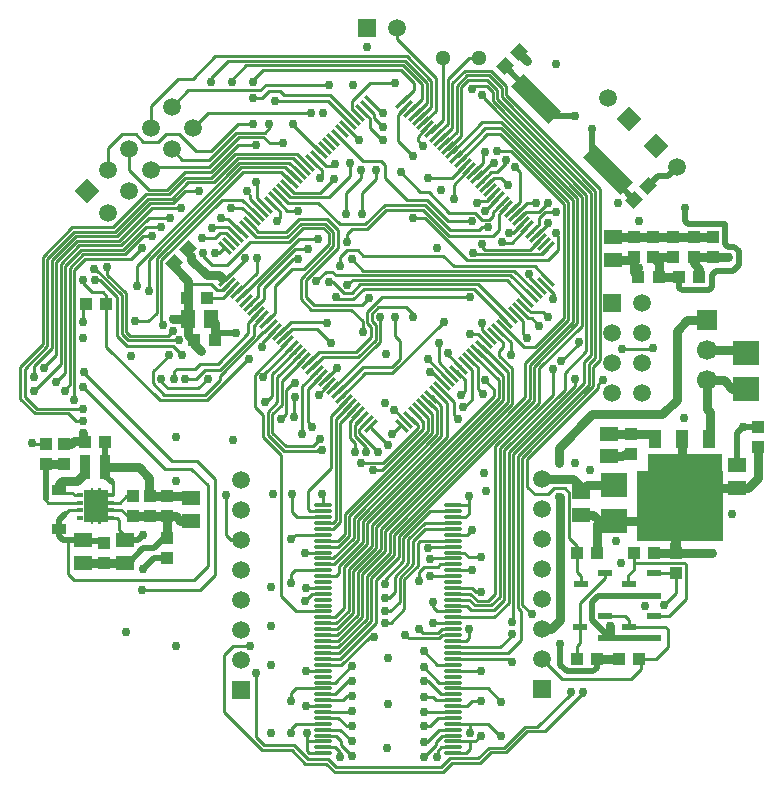
<source format=gbl>
%FSDAX23Y23*%
%MOIN*%
%SFA1B1*%

%IPPOS*%
%AMD18*
4,1,4,0.029200,0.001300,0.001300,0.029200,-0.029200,-0.001300,-0.001300,-0.029200,0.029200,0.001300,0.0*
%
%AMD35*
4,1,4,-0.041700,0.000000,0.000000,-0.041700,0.041700,0.000000,0.000000,0.041700,-0.041700,0.000000,0.0*
%
%AMD40*
4,1,4,0.000000,-0.041700,0.041700,0.000000,0.000000,0.041700,-0.041700,0.000000,0.000000,-0.041700,0.0*
%
%AMD44*
4,1,4,-0.083500,0.041800,0.041800,-0.083500,0.083500,-0.041800,-0.041800,0.083500,-0.083500,0.041800,0.0*
%
%AMD53*
4,1,4,0.023600,-0.013900,-0.013900,0.023600,-0.023600,0.013900,0.013900,-0.023600,0.023600,-0.013900,0.0*
%
%AMD54*
4,1,4,0.013900,0.023600,-0.023600,-0.013900,-0.013900,-0.023600,0.023600,0.013900,0.013900,0.023600,0.0*
%
%ADD10R,0.039400X0.043300*%
%ADD11R,0.043300X0.039400*%
G04~CAMADD=18~9~0.0~0.0~394.0~433.0~0.0~0.0~0~0.0~0.0~0.0~0.0~0~0.0~0.0~0.0~0.0~0~0.0~0.0~0.0~315.0~584.0~583.0*
%ADD18D18*%
%ADD20R,0.059100X0.059100*%
%ADD21C,0.059100*%
%ADD23R,0.086600X0.078700*%
%ADD24R,0.051200X0.059100*%
%ADD25R,0.059100X0.051200*%
%ADD27C,0.010000*%
%ADD28C,0.020000*%
%ADD29C,0.030000*%
G04~CAMADD=35~10~0.0~590.4~0.0~0.0~0.0~0.0~0~0.0~0.0~0.0~0.0~0~0.0~0.0~0.0~0.0~0~0.0~0.0~0.0~135.0~590.4~0.0*
%ADD35D35*%
%ADD36C,0.051200*%
%ADD37R,0.059100X0.059100*%
%ADD38R,0.066900X0.066900*%
%ADD39C,0.066900*%
G04~CAMADD=40~10~0.0~590.4~0.0~0.0~0.0~0.0~0~0.0~0.0~0.0~0.0~0~0.0~0.0~0.0~0.0~0~0.0~0.0~0.0~225.0~590.4~0.0*
%ADD40D40*%
%ADD41C,0.030000*%
%ADD43O,0.063000X0.011800*%
G04~CAMADD=44~9~0.0~0.0~1772.0~591.0~0.0~0.0~0~0.0~0.0~0.0~0.0~0~0.0~0.0~0.0~0.0~0~0.0~0.0~0.0~135.0~1670.0~1669.0*
%ADD44D44*%
%ADD45R,0.135800X0.061000*%
%ADD46R,0.043300X0.061000*%
%ADD47R,0.043300X0.061000*%
%ADD48R,0.016500X0.107900*%
%ADD49R,0.019700X0.013800*%
%ADD50R,0.051200X0.023600*%
%ADD51R,0.048000X0.035800*%
%ADD52R,0.033500X0.078700*%
G04~CAMADD=53~9~0.0~0.0~531.0~138.0~0.0~0.0~0~0.0~0.0~0.0~0.0~0~0.0~0.0~0.0~0.0~0~0.0~0.0~0.0~315.0~472.0~471.0*
%ADD53D53*%
G04~CAMADD=54~9~0.0~0.0~531.0~138.0~0.0~0.0~0~0.0~0.0~0.0~0.0~0~0.0~0.0~0.0~0.0~0~0.0~0.0~0.0~45.0~472.0~471.0*
%ADD54D54*%
%ADD55R,0.288000X0.233000*%
%ADD56R,0.251000X0.075000*%
%LNde-020717-1*%
%LPD*%
G36*
X02290Y02296D02*
Y02288D01*
X02312*
Y02181*
X02290*
Y02174*
X02281*
Y02181*
X02264*
Y02174*
X02255*
Y02181*
X02233*
Y02288*
X02255*
Y02296*
X02264*
Y02288*
X02281*
Y02296*
X02290*
G37*
G54D10*
X02510Y02128D03*
Y02061D03*
X04205Y02011D03*
Y02078D03*
X02105Y02376D03*
Y02443D03*
X02165Y02376D03*
Y02443D03*
X02395Y02268D03*
Y02202D03*
X04480Y02498D03*
Y02431D03*
X04055Y02476D03*
Y02409D03*
X02510Y02268D03*
Y02201D03*
X02452Y02268D03*
Y02201D03*
X02298Y02113D03*
Y02046D03*
X04265Y03131D03*
Y03064D03*
X04330Y03131D03*
Y03064D03*
X04195Y03131D03*
Y03064D03*
X04130Y03131D03*
Y03064D03*
X04065Y03131D03*
Y03064D03*
G54D11*
X04148Y03000D03*
X04081D03*
X02303Y02450D03*
X02236D03*
X02306Y02910D03*
X02240D03*
X04066Y02080D03*
X04133D03*
X03943D03*
X03876D03*
X04083Y01725D03*
X04016D03*
X03943D03*
X03876D03*
X04283Y03000D03*
X04216D03*
X02601Y02790D03*
X02668D03*
X02577Y02928D03*
X02644D03*
G54D18*
X02532Y03044D03*
X02579Y03091D03*
X04113Y03303D03*
X04066Y03256D03*
X03683Y03748D03*
X03636Y03701D03*
G54D20*
X03175Y03830D03*
G54D21*
X02596Y03496D03*
X02525Y03567D03*
Y03425D03*
X02455Y03496D03*
Y03355D03*
X02384Y03425D03*
Y03284D03*
X02313Y03355D03*
Y03213D03*
X03275Y03830D03*
X03760Y02325D03*
Y02225D03*
Y02125D03*
Y02025D03*
Y01925D03*
Y01825D03*
Y01725D03*
X02757Y02321D03*
Y02221D03*
Y02121D03*
Y02021D03*
Y01921D03*
Y01821D03*
Y01721D03*
X03979Y03595D03*
X04210Y03364D03*
X04093Y02911D03*
X03993Y02811D03*
X04093D03*
X03993Y02711D03*
X04093D03*
X03993Y02611D03*
X04093D03*
G54D23*
X04000Y02185D03*
Y02304D03*
X04440Y02625D03*
Y02744D03*
G54D24*
X02580Y02859D03*
X02655D03*
G54D25*
X02370Y02047D03*
Y02122D03*
X03890Y02207D03*
Y02282D03*
X04410Y02297D03*
Y02372D03*
X03983Y02401D03*
Y02476D03*
X02590Y02187D03*
Y02262D03*
X02230Y02122D03*
Y02047D03*
X03995Y03132D03*
Y03057D03*
G54D27*
X02230Y02900D02*
X02240Y02910D01*
X02230Y02850D02*
Y02900D01*
X02307Y02767D02*
Y02937D01*
X02295Y02950D02*
X02307Y02937D01*
X02260Y02950D02*
X02295D01*
X02230Y02980D02*
X02260Y02950D01*
X02230Y02980D02*
Y02990D01*
X02490Y02845D02*
X02495Y02840D01*
X02490Y02845D02*
Y03055D01*
X02378Y02788D02*
X02548D01*
X02376Y02769D02*
X02528D01*
X02559Y02738*
X02373Y02817D02*
Y02945D01*
X02311Y03007D02*
X02373Y02945D01*
X02311Y03007D02*
Y03032D01*
X02285Y02989D02*
X02343Y02931D01*
X02268Y02989D02*
X02285D01*
X02358Y02808D02*
Y02939D01*
X02343Y02802D02*
Y02931D01*
X02373Y02817D02*
X02387Y02803D01*
X02358Y02808D02*
X02378Y02788D01*
X02271Y03026D02*
X02358Y02939D01*
X02265Y03026D02*
X02271D01*
X02236Y03060D02*
X02390D01*
X02200Y03023D02*
X02236Y03060D01*
X02200Y02590D02*
Y03023D01*
X02230Y03075D02*
X02368D01*
X02185Y03029D02*
X02230Y03075D01*
X02185Y02640D02*
Y03029D01*
X02224Y03090D02*
X02362D01*
X02170Y03035D02*
X02224Y03090D01*
X02170Y02680D02*
Y03035D01*
X02217Y03105D02*
X02355D01*
X02155Y03042D02*
X02217Y03105D01*
X02155Y02710D02*
Y03042D01*
X02211Y03120D02*
X02349D01*
X02140Y03048D02*
X02211Y03120D01*
X02140Y02740D02*
Y03048D01*
X02205Y03135D02*
X02343D01*
X02125Y03054D02*
X02205Y03135D01*
X02125Y02762D02*
Y03054D01*
X02199Y03150D02*
X02337D01*
X02110Y03060D02*
X02199Y03150D01*
X02110Y02768D02*
Y03060D01*
X02193Y03165D02*
X02329D01*
X02095Y03067D02*
X02193Y03165D01*
X02095Y02775D02*
Y03067D01*
X02343Y02802D02*
X02376Y02769D01*
X02463Y02684D02*
X02515Y02736D01*
Y02740*
X02901Y03606D02*
X03052D01*
X02887Y03620D02*
X02901Y03606D01*
X02850Y03620D02*
X02887D01*
X03043Y03192D02*
X03078Y03157D01*
X02948Y03192D02*
X03043D01*
X03014Y03246D02*
X03086Y03174D01*
X02912Y03246D02*
X03014D01*
X03036Y03177D02*
X03063Y03150D01*
X02956Y03177D02*
X03036D01*
X03030Y03162D02*
X03048Y03144D01*
X02962Y03162D02*
X03030D01*
X03405Y03553D02*
Y03661D01*
X03275Y03791D02*
X03405Y03661D01*
X03275Y03791D02*
Y03830D01*
X03595Y03586D02*
Y03615D01*
X03575Y03635D02*
X03595Y03615D01*
X03533Y03635D02*
X03575D01*
X02547Y03660D02*
X02595D01*
X02455Y03568D02*
X02547Y03660D01*
X02455Y03496D02*
Y03568D01*
X03052Y03606D02*
X03133Y03525D01*
X02838Y03640D02*
X03050D01*
X02820Y03622D02*
X02838Y03640D01*
X02580Y03622D02*
X02820D01*
X02525Y03567D02*
X02580Y03622D01*
X03749Y02580D02*
Y02694D01*
X03734Y02586D02*
Y02700D01*
X03719Y02592D02*
Y02706D01*
X03704Y02599D02*
Y02712D01*
X03892Y02837D02*
Y03267D01*
X03877Y02844D02*
Y03261D01*
X03862Y02850D02*
Y03255D01*
X03847Y02856D02*
Y03248D01*
X03749Y02694D02*
X03892Y02837D01*
X03734Y02700D02*
X03877Y02844D01*
X03719Y02706D02*
X03862Y02850D01*
X03704Y02712D02*
X03847Y02856D01*
X03832Y02862D02*
Y03242D01*
X03735Y02765D02*
X03832Y02862D01*
X03700Y02765D02*
X03735D01*
X03252Y02147D02*
X03704Y02599D01*
X03267Y02140D02*
X03719Y02592D01*
X03282Y02134D02*
X03734Y02586D01*
X03603Y02434D02*
X03749Y02580D01*
X03805Y03143D02*
Y03145D01*
X02706Y02139D02*
X02724Y02121D01*
X02706Y02139D02*
Y02272D01*
X02724Y02121D02*
X02757D01*
X03571Y03219D02*
X03613Y03261D01*
X03614*
X03544Y03245D02*
X03550Y03251D01*
X03575*
X03600Y03275*
X03377Y03254D02*
X03446Y03185D01*
X03370Y03239D02*
X03454Y03155D01*
X03364Y03223D02*
X03450Y03137D01*
X03465Y03307D02*
X03516Y03359D01*
X03465Y03258D02*
Y03307D01*
X03380Y03330D02*
X03459D01*
X03502Y03372*
X03350Y02559D02*
X03379Y02530D01*
X03336Y02544D02*
X03364Y02515D01*
X03322Y02530D02*
X03347Y02505D01*
X03567Y03417D02*
X03568D01*
X03564Y03414D02*
X03567Y03417D01*
X03433Y02641D02*
X03433D01*
X03378Y02587D02*
X03409Y02556D01*
X03530Y02740D02*
X03531Y02739D01*
X03364Y02573D02*
X03394Y02543D01*
X03600Y02809D02*
X03629Y02781D01*
X03406Y02615D02*
X03443Y02578D01*
X03028Y01805D02*
X03077D01*
X03028Y01825D02*
X03075D01*
X02972Y01963D02*
X02972Y01962D01*
X03028*
X02970Y02080D02*
X02970Y02080D01*
X03028*
X02983Y01411D02*
X03028D01*
X02975Y01420D02*
X02983Y01411D01*
X02975Y01445D02*
X02981Y01451D01*
X03028*
X03461Y01785D02*
X03505D01*
X03386Y02002D02*
X03461D01*
X03426Y01805D02*
X03461D01*
X03365Y01549D02*
X03461D01*
X03410Y01706D02*
X03461D01*
X03405Y01588D02*
X03461D01*
X03410Y01884D02*
X03461D01*
X03422Y01608D02*
X03461D01*
X03417Y01647D02*
X03461D01*
X03423Y01431D02*
X03461D01*
X03011Y01588D02*
X03028D01*
X03425Y01470D02*
X03461D01*
X03395Y01844D02*
X03461D01*
X03415Y01490D02*
X03461D01*
X03425Y01825D02*
X03461D01*
X03413Y01529D02*
X03461D01*
X03395Y01900D02*
X03410Y01884D01*
X03395Y01900D02*
Y01915D01*
X03670Y02878D02*
X03695Y02853D01*
Y02810D02*
Y02853D01*
Y02810D02*
X03710Y02795D01*
X03515Y02210D02*
Y02236D01*
X03504Y02199D02*
X03515Y02210D01*
X03461Y02199D02*
X03504D01*
X03515Y02236D02*
Y02270D01*
X03513Y02238D02*
X03515Y02236D01*
X03461Y02238D02*
X03513D01*
X02329Y02196D02*
X02343D01*
X02350Y02190*
Y02155D02*
Y02190D01*
Y02155D02*
X02370Y02135D01*
X02296Y02213D02*
X02305Y02222D01*
X02326*
X02150Y02279D02*
X02195D01*
X02329Y02273D02*
Y02310D01*
X02370Y02122D02*
Y02135D01*
X02326Y02222D02*
X02357D01*
X02378Y02201*
X02390*
X02329Y02247D02*
X02352D01*
X02373Y02268*
X02390*
X02325Y02315D02*
X02329Y02310D01*
X02170Y02210D02*
X02182Y02222D01*
X02105Y02255D02*
X02112Y02247D01*
X02105Y02255D02*
Y02260D01*
X02112Y02247D02*
X02220D01*
X02182Y02222D02*
X02220D01*
X02201Y02273D02*
X02220D01*
X02195Y02279D02*
X02201Y02273D01*
X03564Y03378D02*
Y03414D01*
X03530Y03344D02*
X03564Y03378D01*
X03558Y03316D02*
X03591Y03350D01*
X03572Y03303D02*
X03599Y03330D01*
X03544Y03330D02*
X03545D01*
X02795Y03654D02*
Y03656D01*
X03617Y02737D02*
Y02752D01*
X03392Y02601D02*
X03424Y02569D01*
X03461Y02021D02*
X03526D01*
X02696Y02928D02*
X02730Y02962D01*
X03520Y01425D02*
Y01451D01*
X03506Y01411D02*
X03520Y01425D01*
Y01451D02*
X03537D01*
X03461D02*
X03520D01*
X03571Y02653D02*
Y02655D01*
X03578Y01510D02*
X03619Y01469D01*
X03624*
X03537Y01451D02*
X03556Y01470D01*
X03415Y01794D02*
X03426Y01805D01*
X03315Y01794D02*
X03415D01*
X03304Y01806D02*
X03315Y01794D01*
X03413Y01813D02*
X03425Y01825D01*
X03362Y01813D02*
X03413D01*
X03351Y01825D02*
X03362Y01813D01*
X03386Y02003D02*
X03386Y02002D01*
X03447Y02740D02*
X03489Y02698D01*
X03447Y02740D02*
Y02744D01*
X03392Y02601D02*
D01*
X03028Y01785D02*
X03078D01*
X03028Y02041D02*
X03066D01*
X03122Y01701D02*
X03127D01*
X03365Y01700D02*
X03417Y01647D01*
X03380Y01651D02*
X03422Y01608D01*
X03365Y01651D02*
X03380D01*
X03405Y01450D02*
X03425Y01470D01*
X03405Y01440D02*
Y01450D01*
X03365Y01400D02*
X03405Y01440D01*
X03375Y01450D02*
X03415Y01490D01*
X03365Y01450D02*
X03375D01*
X03385Y01501D02*
X03413Y01529D01*
X03365Y01501D02*
X03385D01*
X03365Y01752D02*
X03410Y01706D01*
X03365Y01550D02*
X03365Y01549D01*
X03412Y01420D02*
X03423Y01431D01*
X03108Y01501D02*
X03127D01*
X03079Y01529D02*
X03108Y01501D01*
X03028Y01529D02*
X03079D01*
X03114Y01651D02*
X03127D01*
X03071Y01608D02*
X03114Y01651D01*
X03028Y01608D02*
X03071D01*
X03072Y01470D02*
X03091Y01452D01*
Y01438D02*
Y01452D01*
Y01438D02*
X03127Y01402D01*
X03028Y01470D02*
X03072D01*
X03127Y01401D02*
Y01402D01*
X03087Y01490D02*
X03127Y01451D01*
X03028Y01490D02*
X03087D01*
X03028Y01549D02*
X03125D01*
X03069Y01647D02*
X03122Y01701D01*
X03028Y01647D02*
X03069D01*
X03028Y02002D02*
X03072D01*
X03478Y03403D02*
X03478D01*
X03629Y02764D02*
Y02781D01*
X03415Y02716D02*
X03461Y02670D01*
X03415Y02716D02*
Y02779D01*
X03617Y02752D02*
X03629Y02764D01*
X02655Y02928D02*
X02696D01*
X03395Y01599D02*
X03405Y01588D01*
X03365Y01599D02*
X03395D01*
X03461Y01687D02*
X03555D01*
X03556Y01687*
X03461Y01569D02*
X03511D01*
X03526Y01584*
X03556*
X03553Y02065D02*
X03555Y02067D01*
X03461Y01628D02*
X03578D01*
X03624Y01582*
X03028Y01588D02*
X03095D01*
X03108Y01601*
X03127*
X03390Y03483D02*
X03429Y03522D01*
Y03730*
X02691Y03196D02*
Y03200D01*
X03294Y03582D02*
X03333Y03621D01*
X02713Y03193D02*
X02757Y03149D01*
X02761Y03257D02*
X02813Y03205D01*
X03544Y03330D02*
X03600Y03386D01*
X03715Y03000D02*
X03753Y02962D01*
X03715Y03000D02*
Y03010D01*
X03664Y03145D02*
X03697Y03178D01*
X03650Y03145D02*
X03664D01*
X03269Y02555D02*
X03307Y02516D01*
X03265Y02555D02*
X03269D01*
X03260Y02475D02*
X03287Y02502D01*
X03293*
X03036Y02656D02*
X03075Y02694D01*
Y02695*
X03015Y02606D02*
X03050Y02642D01*
X03015Y02605D02*
Y02606D01*
X02855Y03247D02*
X02885Y03218D01*
Y03195D02*
Y03218D01*
X02875Y03185D02*
X02885Y03195D01*
X03008Y03400D02*
X03039Y03370D01*
X03065*
X03070Y03375*
X02994Y03386D02*
X03025Y03356D01*
Y03335D02*
Y03356D01*
X03020Y03330D02*
X03025Y03335D01*
X03106Y03498D02*
X03149Y03455D01*
X03150*
X03189Y03581D02*
X03226Y03545D01*
X03230*
X03175Y03567D02*
X03200Y03543D01*
Y03530D02*
Y03543D01*
Y03530D02*
X03230Y03500D01*
X02699Y03094D02*
X02702D01*
X03560Y02821D02*
X03586Y02795D01*
X03545Y02808D02*
X03572Y02781D01*
X03520Y02808D02*
X03545D01*
X03560Y02821D02*
Y02845D01*
X03767Y02976D02*
X03800Y02943D01*
Y02925D02*
Y02943D01*
X02883Y02809D02*
X02924Y02850D01*
X02897Y02795D02*
X02927Y02825D01*
X02940Y01885D02*
X03028D01*
X03029Y01884*
X03421Y02041D02*
X03461D01*
X03385Y02060D02*
Y02068D01*
X03392Y02061*
X03461*
Y02080D02*
X03499D01*
X03515Y02065*
X03553*
X03461Y02140D02*
X03510D01*
X03525Y02155*
X03028Y01706D02*
X03029D01*
X03021Y02429D02*
X03027Y02423D01*
X02898Y02420D02*
X03011D01*
X03021Y02429*
X02905Y02435D02*
X02995D01*
X02860Y02674D02*
X02939Y02753D01*
X02841Y02583D02*
X02860Y02602D01*
X02877Y02664D02*
X02953Y02740D01*
X02995Y02435D02*
X03020Y02460D01*
X02994Y02500D02*
X02995Y02500D01*
X02932Y02597D02*
X02935Y02600D01*
X02932Y02533D02*
Y02597D01*
X02961Y02474D02*
Y02636D01*
X03008Y02683*
X02978Y02625D02*
X03022Y02670D01*
X02978Y02517D02*
Y02625D01*
Y02517D02*
X02995Y02500D01*
X02888Y02524D02*
X02907Y02543D01*
X02860Y02541D02*
X02892Y02573D01*
X02860Y02480D02*
Y02541D01*
Y02480D02*
X02905Y02435D01*
X02845Y02473D02*
X02898Y02420D01*
X02845Y02473D02*
Y02549D01*
X02877Y02581*
X02829Y02466D02*
Y02540D01*
X03367Y02032D02*
X03412D01*
X03421Y02041*
X03385Y02681D02*
X03394D01*
X03378Y02725D02*
X03447Y02656D01*
X03599Y03330D02*
X03622D01*
X03646Y03306*
X03614Y02822D02*
X03656Y02781D01*
X03656Y02739D02*
X03656Y02739D01*
Y02781*
X03628Y02837D02*
X03700Y02765D01*
X03571Y02653D02*
X03600Y02624D01*
X03530Y02739D02*
X03615Y02655D01*
X03544Y02754D02*
X03630Y02668D01*
X03558Y02768D02*
X03645Y02681D01*
X03461Y01726D02*
X03462D01*
X03461Y01746D02*
X03462D01*
X03461Y01766D02*
X03621D01*
X03665Y01810*
X03462Y01726D02*
X03648D01*
X03660Y01715*
X03462Y01746D02*
X03646D01*
X03600Y03380D02*
Y03386D01*
X03464Y03417D02*
X03561Y03515D01*
X03478Y03403D02*
X03570Y03495D01*
X03492Y03389D02*
X03577Y03475D01*
X03461Y01962D02*
X03527D01*
X03540Y01950*
X03555*
X03461Y01923D02*
X03516D01*
X03535Y01904*
X03462Y01864D02*
X03599D01*
X03535Y01904D02*
X03589D01*
X03646Y01746D02*
X03690Y01790D01*
X03521Y01943D02*
X03545Y01919D01*
X03461Y01943D02*
X03521D01*
X03545Y01919D02*
X03579D01*
X03125Y03561D02*
X03147Y03539D01*
X03524Y01889D02*
X03599D01*
X03461Y01903D02*
X03509D01*
X03524Y01889*
X03446Y03426D02*
X03490Y03470D01*
X03435Y03444D02*
X03475Y03483D01*
X03420Y03457D02*
X03460Y03497D01*
X03404Y03470D02*
X03445Y03510D01*
X03516Y03730D02*
X03551D01*
X03445Y03658D02*
X03516Y03730D01*
X03445Y03510D02*
Y03658D01*
X03505Y01785D02*
X03515Y01795D01*
Y01825*
X02993Y01943D02*
X03029D01*
X02970Y01920D02*
X02993Y01943D01*
X03560Y03605D02*
X03565D01*
X03525Y03625D02*
Y03626D01*
X03533Y03635*
X02490Y03055D02*
X02692Y03257D01*
X02761*
X02625Y03129D02*
X02627Y03127D01*
X02705Y03146D02*
X02729Y03122D01*
X02625Y03129D02*
Y03130D01*
X02671*
X02687Y03146*
X02705*
X02712Y03167D02*
X02743Y03136D01*
X02673Y03167D02*
X02712D01*
X02760Y03230D02*
X02799Y03191D01*
X02724Y03222D02*
Y03229D01*
X02732Y03230D02*
X02760D01*
X02786Y03260D02*
Y03272D01*
Y03260D02*
X02826Y03219D01*
X02724Y03222D02*
X02732Y03230D01*
X02688Y03193D02*
X02713D01*
X02688D02*
X02691Y03196D01*
X02630Y03070D02*
X02660Y03040D01*
X02630Y03070D02*
Y03080D01*
X02140Y02650D02*
X02170Y02680D01*
Y02625D02*
X02185Y02640D01*
X02100Y02690D02*
Y02700D01*
X02140Y02740*
X02103Y02445D02*
X02105Y02443D01*
X02065Y02620D02*
X02155Y02710D01*
X02061Y02443D02*
X02105D01*
X02060Y02445D02*
X02061Y02443D01*
X02020Y02700D02*
X02095Y02775D01*
X02020Y02593D02*
Y02700D01*
X02035Y02600D02*
Y02693D01*
X02110Y02768*
X02065Y02665D02*
Y02702D01*
X02125Y02762*
X02035Y02600D02*
X02075Y02560D01*
X02230*
X02020Y02593D02*
X02068Y02545D01*
X02180*
X02205Y02520*
X02230*
X02695Y02955D02*
X02716Y02976D01*
X02675Y02955D02*
X02695D01*
X02655Y02974D02*
X02675Y02955D01*
X02890Y01935D02*
X02940Y01885D01*
X02890Y01935D02*
Y02405D01*
X02829Y02466D02*
X02890Y02405D01*
X02923Y02125D02*
X02938Y02140D01*
X03029*
X02923Y01980D02*
Y02008D01*
X02936Y02021*
X03029*
X02923Y01587D02*
Y01613D01*
X02938Y01628*
X03029*
X02923Y01480D02*
Y01493D01*
X02940Y01510*
X03029*
X02972Y01569D02*
X02972Y01569D01*
X02972Y01686D02*
X02973Y01687D01*
X03028*
X02972Y01569D02*
X03028D01*
X03655Y03219D02*
X03686Y03250D01*
X03591Y03350D02*
X03610D01*
X03640Y03380*
Y03390*
X03686Y03250D02*
Y03348D01*
X03670Y03365D02*
X03686Y03348D01*
X03561Y03515D02*
X03623D01*
X03570Y03495D02*
X03622D01*
X03577Y03475D02*
X03621D01*
X03610Y03420D02*
X03655D01*
X03565Y03595D02*
Y03605D01*
X03669Y03205D02*
X03708Y03245D01*
X03740*
X03725Y03150D02*
X03750Y03174D01*
X03683Y03191D02*
X03706Y03215D01*
X03750Y03174D02*
Y03195D01*
X03770Y03215*
X03805*
X03706D02*
X03748D01*
X03778Y03245D02*
X03780D01*
X03748Y03215D02*
X03778Y03245D01*
X03739Y03136D02*
X03780Y03176D01*
Y03180*
X03661Y03113D02*
X03711Y03164D01*
X03633Y03115D02*
X03635Y03113D01*
X03661*
X03720Y03089D02*
X03753Y03122D01*
X02313Y03355D02*
Y03428D01*
X02360Y03475*
X02405*
X02430Y03450*
X02531Y03245D02*
X02571Y03285D01*
X02615*
X02525Y03260D02*
X02580Y03315D01*
X02665*
X02384Y03355D02*
Y03425D01*
X02516Y03275D02*
X02571Y03330D01*
X02384Y03355D02*
X02450Y03290D01*
X02510*
X02570Y03350*
X02455Y03355D02*
Y03365D01*
X02571Y03330D02*
X02656D01*
X02570Y03350D02*
X02655D01*
X02455Y03365D02*
X02648D01*
X02655Y03350D02*
X02745Y03440D01*
X02805*
X02430Y03450D02*
X02480D01*
X02505Y03475*
X02550*
X03330Y02865D02*
Y02874D01*
X02994Y02697D02*
X03028Y02732D01*
X02980Y02711D02*
X03017Y02748D01*
X03177Y02846D02*
X03190Y02833D01*
X03192Y02852D02*
X03205Y02839D01*
X03064Y02628D02*
X03064D01*
X03028Y02732D02*
X03147D01*
X03017Y02748D02*
X03138D01*
X03750Y02837D02*
X03751D01*
X03697Y02906D02*
X03723Y02881D01*
X03764*
X03780Y02865*
X03745Y02831D02*
X03750Y02837D01*
X03683Y02892D02*
X03714Y02862D01*
X03726*
X03751Y02837*
X03620Y03115D02*
X03633D01*
X03306Y02898D02*
X03330Y02874D01*
X03795Y02925D02*
X03800D01*
X02925Y02217D02*
Y02275D01*
Y02217D02*
X02943Y02199D01*
X03028*
X02979Y02226D02*
X02986Y02218D01*
X03029*
X02979Y02226D02*
Y02284D01*
X03057Y02362*
X03028Y02159D02*
X03063D01*
X03028Y02179D02*
X03062D01*
X03235Y01975D02*
X03236Y01976D01*
X03062Y02179D02*
X03072Y02189D01*
X03063Y02159D02*
X03087Y02183D01*
X03443Y02465D02*
Y02578D01*
X03424Y02468D02*
Y02569D01*
X03409Y02474D02*
Y02556D01*
X03394Y02480D02*
Y02543D01*
X03379Y02486D02*
Y02530D01*
X03364Y02493D02*
Y02515D01*
X03347Y02496D02*
Y02505D01*
X03387Y02218D02*
X03462D01*
X03369Y02179D02*
X03462D01*
X03195Y02354D02*
X03225D01*
X03364Y02493*
X03102Y02209D02*
X03379Y02486D01*
X03117Y02203D02*
X03394Y02480D01*
X03132Y02196D02*
X03409Y02474D01*
X03147Y02190D02*
X03424Y02468D01*
X03162Y02184D02*
X03443Y02465D01*
X03297Y02128D02*
X03387Y02218D01*
X03314Y02124D02*
X03369Y02179D01*
X03330Y02119D02*
X03370Y02159D01*
X03462*
X03379Y02097D02*
X03382Y02100D01*
X03462*
X03235Y01845D02*
X03255D01*
X03235Y01885D02*
X03254D01*
X03235Y01930D02*
X03249D01*
X03072Y02002D02*
X03083Y02013D01*
X03087Y02183D02*
Y02511D01*
X03072Y02189D02*
Y02524D01*
X03027Y02276D02*
X03029Y02273D01*
Y02238D02*
Y02273D01*
X03028Y01765D02*
X03081D01*
X03028Y01746D02*
X03083D01*
X03028Y01726D02*
X03085D01*
X03029Y01706D02*
X03091D01*
X03185Y01800*
X03200*
X04132Y02012D02*
X04204D01*
X03876Y02017D02*
Y02080D01*
Y02017D02*
X03891Y02003D01*
Y01977D02*
Y02003D01*
X03888Y01975D02*
X03891Y01977D01*
X03887Y01832D02*
Y01912D01*
X03971Y01996*
Y02012*
X03970Y01869D02*
X04036D01*
X04050Y01856*
Y01832D02*
Y01856D01*
X04047Y01978D02*
X04050Y01975D01*
X03887Y01780D02*
Y01832D01*
X03876Y01769D02*
X03887Y01780D01*
X03876Y01725D02*
Y01769D01*
X04139Y01725D02*
X04179Y01765D01*
X04083Y01725D02*
X04139D01*
X04089Y01692D02*
Y01719D01*
X04083Y01725D02*
X04089Y01719D01*
X03579Y01919D02*
X03603Y01943D01*
Y02434*
X03589Y01904D02*
X03618Y01933D01*
Y02428*
X03599Y01889D02*
X03633Y01923D01*
Y02421*
X03599Y01864D02*
X03648Y01913D01*
Y02415*
X03693Y01907D02*
Y02397D01*
Y01907D02*
X03725Y01875D01*
X03678Y01897D02*
Y02403D01*
Y01897D02*
X03690Y01885D01*
Y01790D02*
Y01885D01*
X03660Y01850D02*
X03663Y01853D01*
Y02409*
X02758Y02934D02*
X02795Y02972D01*
X02796*
X02785Y02906D02*
X02814Y02934D01*
Y02968*
X02799Y02892D02*
X02834Y02926D01*
X02949Y03125D02*
X03014D01*
X02937Y03092D02*
X02980D01*
X02796Y02972D02*
X02949Y03125D01*
X02814Y02968D02*
X02937Y03092D01*
X02428Y03135D02*
X02460D01*
X02438Y03166D02*
X02491D01*
X02448Y03197D02*
X02521D01*
X02458Y03229D02*
X02556D01*
X02453Y03245D02*
X02531D01*
X02447Y03260D02*
X02525D01*
X02439Y03275D02*
X02516D01*
X03020Y03280D02*
X03065Y03325D01*
X02911Y03303D02*
X02934Y03280D01*
X03120Y03335D02*
Y03380D01*
X02910Y03220D02*
X02945D01*
X02869Y03261D02*
X02910Y03220D01*
X02897Y03289D02*
X02921Y03265D01*
X03050*
X03120Y03335*
X03550Y03155D02*
X03560Y03165D01*
X03580*
X03530Y03080D02*
X03535Y03074D01*
X03760*
X03781Y03094*
X03805Y03143D02*
X03814Y03133D01*
X04205Y01945D02*
Y02011D01*
X04204Y02012D02*
X04205Y02011D01*
X03814Y03090D02*
Y03133D01*
X02934Y03280D02*
X03020D01*
X03876Y02080D02*
Y02103D01*
X03850Y02130D02*
X03876Y02103D01*
X03850Y02130D02*
Y02280D01*
X03835Y02295D02*
X03850Y02280D01*
X03800Y02295D02*
X03835D01*
X03780Y02275D02*
X03800Y02295D01*
X03735Y02275D02*
X03780D01*
X03710Y02300D02*
X03735Y02275D01*
X02810Y03263D02*
X02840Y03233D01*
X02810Y03263D02*
Y03320D01*
X02805Y03315D02*
X02810Y03320D01*
X02805Y03315D02*
X02805D01*
X02745Y03510D02*
X02795D01*
X02655Y03650D02*
Y03663D01*
X02725Y03650D02*
Y03657D01*
X02525Y03425D02*
X02561Y03390D01*
X02650*
X02550Y03475D02*
X02605Y03420D01*
X02655*
X02745Y03510*
X03760Y01725D02*
X03825Y01660D01*
X04057*
X04089Y01692*
X03489Y02607D02*
X03502Y02620D01*
Y02657*
X03475Y02684D02*
X03502Y02657D01*
X03503Y02712D02*
X03525Y02690D01*
Y02590D02*
Y02690D01*
X03545Y02627D02*
X03557Y02615D01*
X03545Y02627D02*
Y02698D01*
X03516Y02726D02*
X03545Y02698D01*
X03617Y02737D02*
X03660Y02694D01*
X03465Y02539D02*
X03478Y02526D01*
X03465Y02539D02*
Y02583D01*
X03419Y02628D02*
X03465Y02583D01*
X03495Y02565D02*
X03500D01*
X03525Y02590*
X03161Y03553D02*
X03185Y03530D01*
Y03495D02*
Y03530D01*
Y03495D02*
X03225Y03455D01*
X03230*
X03105Y03210D02*
Y03280D01*
X03155Y03330*
Y03355*
X03160Y03210D02*
Y03280D01*
X03205Y03325*
Y03355*
X02868Y03584D02*
X03047D01*
X03119Y03511*
X02795Y03595D02*
X02825D01*
X02930Y03506D02*
Y03510D01*
Y03506D02*
X03021Y03414D01*
X02645Y03545D02*
X02990D01*
X02596Y03496D02*
X02645Y03545D01*
X02825Y03595D02*
X02850Y03620D01*
X03125Y03561D02*
Y03585D01*
X03185Y03645*
X03270*
X02730Y01770D02*
X02785D01*
X02700Y01740D02*
X02730Y01770D01*
X03412Y01397D02*
Y01420D01*
X03520Y01480D02*
Y01510D01*
X03461D02*
X03462D01*
X03520*
X03578*
X02975Y01445D02*
Y01480D01*
Y01420D02*
Y01445D01*
X03085Y01400D02*
Y01415D01*
X03068Y01431D02*
X03085Y01415D01*
X03028Y01431D02*
X03029D01*
X03068*
X04179Y01765D02*
Y01824D01*
X04050Y01832D02*
X04170D01*
X04179Y01824*
X04165Y01905D02*
X04205Y01945D01*
X04066Y02045D02*
X04235D01*
X04240Y02040*
Y01925D02*
Y02040D01*
X04184Y01869D02*
X04240Y01925D01*
X04066Y02045D02*
Y02080D01*
X04132Y01869D02*
X04184D01*
X02805Y01465D02*
Y01680D01*
X02700Y01548D02*
Y01740D01*
X03890Y01605D02*
X03900D01*
X02907Y02543D02*
Y02622D01*
X02930Y02645*
X02892Y02573D02*
Y02651D01*
X02967Y02726*
X02877Y02581D02*
Y02664D01*
X02860Y02602D02*
Y02674D01*
X02834Y02677D02*
X02925Y02767D01*
X02425Y01955D02*
X02620D01*
X02200Y01990D02*
X02600D01*
X02180Y02010D02*
X02200Y01990D01*
X02180Y02010D02*
Y02125D01*
X02600Y01990D02*
X02645Y02035D01*
Y02304*
X02620Y01955D02*
X02670Y02005D01*
Y02325*
X02656Y03330D02*
X02736Y03410D01*
X02943*
X02980Y03372*
X02665Y03315D02*
X02745Y03395D01*
X02930*
X02966Y03359*
X02916Y03380D02*
X02952Y03344D01*
X02757Y03365D02*
X02904D01*
X02938Y03330*
X02763Y03350D02*
X02891D01*
X02924Y03316*
X02648Y03365D02*
X02749Y03465D01*
X02650Y03390D02*
X02740Y03480D01*
X02749Y03465D02*
X02831D01*
X02852Y03445*
X02895*
X02740Y03480D02*
X02835D01*
X02850Y03495*
Y03510*
X03560Y03100D02*
X03570Y03089D01*
X03560Y03100D02*
Y03110D01*
X03778Y03054D02*
X03814Y03090D01*
X03333Y03621D02*
Y03647D01*
X03450Y03137D02*
X03597D01*
X03454Y03155D02*
X03550D01*
X03446Y03185D02*
X03525D01*
X03078Y03470D02*
X03164Y03384D01*
X03223*
X03235Y03372*
X03655Y03420D02*
X03832Y03242D01*
X03621Y03475D02*
X03847Y03248D01*
X03622Y03495D02*
X03862Y03255D01*
X03623Y03515D02*
X03877Y03261D01*
X03565Y03595D02*
X03892Y03267D01*
X03595Y03586D02*
X03907Y03273D01*
X03625Y03598D02*
X03937Y03286D01*
X03640Y03605D02*
X03952Y03292D01*
X03610Y03592D02*
X03922Y03279D01*
X03898Y02716D02*
X03922Y02740D01*
X03915Y02708D02*
X03937Y02730D01*
X03930Y02699D02*
X03952Y02721D01*
X03177Y02178D02*
X03600Y02601D01*
Y02624*
X03192Y02171D02*
X03615Y02594D01*
Y02655*
X03207Y02165D02*
X03630Y02588D01*
Y02668*
X03222Y02159D02*
X03645Y02582D01*
Y02681*
X03237Y02153D02*
X03660Y02576D01*
Y02694*
X03633Y02421D02*
X03835Y02623D01*
Y02680*
X03648Y02415D02*
X03870Y02637D01*
Y02660*
X03663Y02409D02*
X03898Y02644D01*
Y02716*
X03678Y02403D02*
X03915Y02640D01*
Y02708*
X03693Y02397D02*
X03930Y02634D01*
Y02699*
X03710Y02300D02*
Y02392D01*
X03946Y02628*
Y02641*
X03962Y02657*
X03835Y02680D02*
X03907Y02752D01*
X03882Y02777D02*
Y02782D01*
X03907Y02752D02*
Y03273D01*
X03922Y02740D02*
Y03279D01*
X03937Y02730D02*
Y03286D01*
X03952Y02721D02*
Y03292D01*
X03797Y02607D02*
Y02691D01*
X03618Y02428D02*
X03797Y02607D01*
X03823Y02719D02*
X03824D01*
X03882Y02777*
X03345Y03465D02*
X03377Y03498D01*
X04131Y02762D02*
X04132Y02761D01*
X04131Y02760D02*
X04132Y02761D01*
X04025Y02760D02*
X04131D01*
X03069Y01864D02*
X03100Y01895D01*
X03028Y01864D02*
X03069D01*
X03073Y01844D02*
X03115Y01885D01*
X03028Y01844D02*
X03073D01*
X03075Y01825D02*
X03130Y01879D01*
X03077Y01805D02*
X03145Y01873D01*
X03078Y01785D02*
X03160Y01867D01*
X03081Y01765D02*
X03175Y01859D01*
X03083Y01746D02*
X03190Y01852D01*
X03085Y01726D02*
X03205Y01846D01*
X03130Y01879D02*
Y02020D01*
X03115Y01885D02*
Y02026D01*
X03100Y01895D02*
Y02032D01*
X03028Y02061D02*
X03064D01*
X03083Y02013D02*
Y02037D01*
X04047Y01978D02*
Y02004D01*
X04066Y02023*
Y02045*
X03129Y02924D02*
X03165Y02960D01*
X03532*
X03642Y02850*
X03110Y02972D02*
X03128Y02990D01*
X03642*
X03711Y02920*
X03735Y03035D02*
X03781Y02989D01*
X03667Y03020D02*
X03739Y02948D01*
X03510Y03054D02*
X03778D01*
X03465Y03035D02*
X03735D01*
X03654Y03005D02*
X03725Y02934D01*
X03120Y02516D02*
X03147Y02544D01*
X03135Y02504D02*
X03161Y02530D01*
X03150Y02491D02*
X03175Y02516D01*
X03150Y02479D02*
X03214Y02415D01*
X03150Y02479D02*
Y02491D01*
X03135Y02470D02*
Y02504D01*
Y02470D02*
X03174Y02431D01*
Y02416D02*
Y02431D01*
X03120Y02461D02*
Y02516D01*
Y02461D02*
X03135Y02446D01*
Y02417D02*
Y02446D01*
X03189Y02495D02*
Y02502D01*
Y02495D02*
X03246Y02439D01*
X03461Y01411D02*
X03462D01*
X03506*
X03138Y02748D02*
X03190Y02800D01*
Y02833*
X03147Y02732D02*
X03205Y02790D01*
Y02839*
X03064Y02628D02*
X03220Y02783D01*
Y02865*
X03078Y02614D02*
X03162Y02699D01*
X03261Y02678D02*
X03433Y02850D01*
X03092Y02600D02*
X03169Y02678D01*
X03270Y02803D02*
X03287Y02786D01*
X03270Y02803D02*
Y02865D01*
X03169Y02678D02*
X03261D01*
X03162Y02699D02*
X03260D01*
X03287Y02725*
Y02786*
X03394Y02681D02*
X03433Y02641D01*
X03345Y02111D02*
X03354Y02120D01*
X03462*
X03154Y02975D02*
X03545D01*
X03656Y02864*
X03329Y03194D02*
X03330Y03195D01*
X03370*
X03510Y03054*
X03451Y03213D02*
X03536D01*
X03345Y03454D02*
Y03465D01*
Y03454D02*
X03363Y03436D01*
X03280Y03452D02*
X03331Y03401D01*
X03280Y03539D02*
X03307Y03567D01*
X03382Y03282D02*
X03451Y03213D01*
X03354Y03282D02*
X03382D01*
X03288Y03348D02*
X03354Y03282D01*
X03288Y03348D02*
Y03349D01*
X03536Y03213D02*
X03559Y03190D01*
X03597Y03137D02*
X03615Y03155D01*
Y03206*
X03641Y03233*
X03597Y03216D02*
X03628Y03247D01*
X03559Y03190D02*
X03584D01*
X03597Y03203*
Y03216*
X03576Y03656D02*
X03610Y03622D01*
Y03592D02*
Y03622D01*
X03582Y03671D02*
X03625Y03628D01*
X03588Y03686D02*
X03640Y03634D01*
X03625Y03598D02*
Y03628D01*
X03640Y03605D02*
Y03634D01*
X03460Y03497D02*
Y03644D01*
X03502Y03686*
X03588*
X03475Y03637D02*
X03508Y03671D01*
X03582*
X03490Y03631D02*
X03514Y03656D01*
X03576*
X03475Y03483D02*
Y03637D01*
X03490Y03470D02*
Y03631D01*
X02805Y01465D02*
X02832Y01438D01*
X02932*
X02700Y01548D02*
X02825Y01423D01*
X02925*
X02971Y01377*
X02932Y01438D02*
X02978Y01392D01*
X02971Y01377D02*
X03041D01*
X03068Y01350*
X03047Y01392D02*
X03074Y01365D01*
X02978Y01392D02*
X03047D01*
X03074Y01365D02*
X03424D01*
X03068Y01350D02*
X03431D01*
X03424Y01365D02*
X03454Y01395D01*
X03431Y01350D02*
X03461Y01380D01*
X03554*
X03589Y01415*
X03547Y01395D02*
X03582Y01430D01*
X03454Y01395D02*
X03547D01*
X03589Y01415D02*
X03641D01*
X03582Y01430D02*
X03634D01*
X03641Y01415D02*
X03710Y01484D01*
X03769*
X03890Y01605*
X03634Y01430D02*
X03703Y01499D01*
X03744*
X03855Y01610*
X03570Y03089D02*
X03720D01*
X03235Y03330D02*
Y03372D01*
Y03330D02*
X03311Y03254D01*
X03377*
X03280Y03452D02*
Y03539D01*
X03363Y03512D02*
X03405Y03553D01*
X03349Y03526D02*
X03390Y03566D01*
X03336Y03540D02*
X03375Y03579D01*
X03390Y03566D02*
Y03653D01*
X03375Y03579D02*
Y03647D01*
X03322Y03554D02*
X03360Y03592D01*
Y03641*
X02795Y03654D02*
X02831Y03690D01*
X03290*
X03333Y03647*
X02670Y03735D02*
X03308D01*
X02712Y03720D02*
X03302D01*
X02773Y03705D02*
X03296D01*
X02725Y03657D02*
X02773Y03705D01*
X03296D02*
X03360Y03641D01*
X02655Y03663D02*
X02712Y03720D01*
X03302D02*
X03375Y03647D01*
X02595Y03660D02*
X02670Y03735D01*
X03308D02*
X03390Y03653D01*
X03255Y01845D02*
X03301Y01891D01*
X03254Y01885D02*
X03286Y01917D01*
X03249Y01930D02*
X03268Y01949D01*
X03350Y01985D02*
Y02015D01*
X03367Y02032*
X03236Y01976D02*
Y01990D01*
X03297Y02051*
Y02128*
X03268Y01949D02*
Y02000D01*
X03286Y01917D02*
Y01997D01*
X03301Y01891D02*
Y01991D01*
X03345Y02035*
X03286Y01997D02*
X03330Y02041D01*
X03268Y02000D02*
X03314Y02047D01*
Y02124*
X03330Y02041D02*
Y02119D01*
X03345Y02035D02*
Y02111D01*
X03282Y02066D02*
Y02134D01*
X03267Y02072D02*
Y02140D01*
X03252Y02078D02*
Y02147D01*
X03237Y02085D02*
Y02153D01*
X03222Y02091D02*
Y02159D01*
X03207Y02097D02*
Y02165D01*
X03192Y02103D02*
Y02171D01*
X03177Y02109D02*
Y02178D01*
X03162Y02116D02*
Y02184D01*
X03205Y01846D02*
Y01989D01*
X03282Y02066*
X03190Y01852D02*
Y01995D01*
X03267Y02072*
X03175Y01859D02*
Y02001D01*
X03252Y02078*
X03160Y01867D02*
Y02008D01*
X03237Y02085*
X03145Y01873D02*
Y02014D01*
X03222Y02091*
X03130Y02020D02*
X03207Y02097D01*
X03115Y02026D02*
X03192Y02103D01*
X03100Y02032D02*
X03177Y02109D01*
X03083Y02037D02*
X03162Y02116D01*
X03147Y02122D02*
Y02190D01*
X03064Y02061D02*
X03132Y02128D01*
Y02196*
X03066Y02041D02*
X03147Y02122D01*
X03028Y02100D02*
X03081D01*
X03117Y02136*
Y02203*
X03028Y02120D02*
X03079D01*
X03102Y02143*
Y02209*
X03057Y02536D02*
X03109Y02589D01*
X03072Y02524D02*
X03123Y02575D01*
X03087Y02511D02*
X03137Y02561D01*
X03057Y02362D02*
Y02536D01*
X03110Y03115D02*
Y03142D01*
X03127Y03159*
X02883Y03275D02*
X02912Y03246D01*
X03235Y03239D02*
X03370D01*
X03127Y03159D02*
X03177D01*
X03241Y03223*
X03364*
X03086Y03174D02*
X03170D01*
X03235Y03239*
X02582Y02974D02*
X02655D01*
X02581Y02973D02*
X02582Y02974D01*
X02581Y02959D02*
Y02973D01*
X02834Y02926D02*
Y02963D01*
X02931Y03060*
X02947*
X02591Y02358D02*
X02645Y02304D01*
X02504Y02358D02*
X02591D01*
X02231Y02631D02*
X02504Y02358D01*
X02608Y02387D02*
X02670Y02325D01*
X02526Y02387D02*
X02608D01*
X02230Y02683D02*
X02526Y02387D01*
X02534Y02684D02*
X02542Y02692D01*
X02534Y02661D02*
Y02684D01*
X02533Y02660D02*
X02534Y02661D01*
X03230Y02379D02*
X03347Y02496D01*
X03157Y02379D02*
X03230D01*
X03048Y03110D02*
Y03144D01*
X02955Y02926D02*
Y02993D01*
X03063Y03101*
Y03150*
X02974Y02932D02*
Y02990D01*
X03078Y03094*
Y03157*
X02513Y02628D02*
X02613D01*
X02491Y02650D02*
X02513Y02628D01*
X02491Y02650D02*
Y02659D01*
X02493Y02661*
X02841Y02850D02*
X02869Y02878D01*
Y02969*
X02927Y03027*
X02965*
X03048Y03110*
X02660Y03040D02*
X02709D01*
X02785Y03178D02*
X02813Y03150D01*
X02906*
X02948Y03192*
X02772Y03164D02*
X02805Y03131D01*
X02910*
X02956Y03177*
X02709Y03040D02*
X02785Y03116D01*
X02916*
X02962Y03162*
X02744Y02948D02*
X02809Y03013D01*
Y03062*
X02702Y02990D02*
X02770Y03057D01*
X02573Y03088D02*
X02591Y03070D01*
X02573Y03088D02*
D01*
X03162Y02816D02*
Y02852D01*
X03164Y03070D02*
X03431D01*
X03465Y03035*
X03072Y03005D02*
X03654D01*
X03164Y03020D02*
X03667D01*
X03126Y03058D02*
X03164Y03020D01*
X03146Y03088D02*
X03164Y03070D01*
X03110Y03088D02*
X03146D01*
X03087Y03065D02*
X03110Y03088D01*
X03087Y03034D02*
Y03065D01*
X02927Y02825D02*
X03010D01*
X03055Y02780*
X02924Y02850D02*
X03038D01*
X03042Y02846*
X02827Y02780D02*
X02869Y02823D01*
X02463Y02645D02*
X02501Y02607D01*
X02463Y02645D02*
Y02684D01*
X02570Y02660D02*
X02605D01*
X02635Y02690*
X02685*
X02542Y02692D02*
X02602D01*
X02618Y02708*
X02678*
X02827Y02764D02*
Y02780D01*
X02685Y02690D02*
X02798Y02803D01*
Y02835*
X02827Y02864*
X03192Y02852D02*
Y02877D01*
X03177Y02846D02*
Y02883D01*
X03225Y02932D02*
X03521D01*
X03192Y02877D02*
X03213Y02898D01*
X03306*
X03177Y02883D02*
X03225Y02932D01*
X03061Y03016D02*
X03072Y03005D01*
X03038Y03016D02*
X03061D01*
X03006Y02984D02*
X03038Y03016D01*
X03048Y02983D02*
X03063D01*
X03099Y02947*
X03126*
X03154Y02975*
X03072Y02932D02*
X03080Y02924D01*
X03129*
X02974Y02932D02*
X02999Y02907D01*
X03160*
X03182Y02929*
X02955Y02926D02*
X02991Y02890D01*
X03124*
X03162Y02852*
X02329Y03165D02*
X02439Y03275D01*
X02337Y03150D02*
X02447Y03260D01*
X02343Y03135D02*
X02453Y03245D01*
X02349Y03120D02*
X02458Y03229D01*
X02355Y03105D02*
X02448Y03197D01*
X02362Y03090D02*
X02438Y03166D01*
X02368Y03075D02*
X02428Y03135D01*
X02390Y03060D02*
X02425Y03095D01*
X02475Y03061D02*
X02763Y03350D01*
X02475Y02880D02*
Y03061D01*
X02770Y03057D02*
Y03061D01*
X02751Y03380D02*
X02916D01*
X02684Y03079D02*
X02699Y03094D01*
X02671Y03079D02*
X02684D01*
X02408Y02969D02*
Y03036D01*
X02751Y03380*
X02448Y02951D02*
Y03055D01*
X02757Y03365*
X02402Y02852D02*
X02447D01*
X02475Y02880*
X02802Y02567D02*
X02829Y02540D01*
X02802Y02567D02*
Y02672D01*
X02911Y02781*
X02830Y02664D02*
X02831D01*
X02307Y02767D02*
X02485Y02590D01*
X02644*
X02780Y02726*
X02782*
X02613Y02628D02*
X02645Y02660D01*
X02678Y02708D02*
X02781Y02811D01*
Y02846*
X02813Y02878*
X02833Y02815D02*
X02855Y02837D01*
X02831Y02815D02*
X02833D01*
X02685Y02668D02*
X02831Y02815D01*
X02501Y02607D02*
X02636D01*
X02685Y02656*
Y02668*
X02387Y02803D02*
X02512D01*
X02529Y02820*
G54D28*
X03926Y03409D02*
Y03492D01*
Y03409D02*
X03978Y03356D01*
X03798Y03537D02*
X03870D01*
X03741Y03593D02*
X03798Y03537D01*
X02162Y02122D02*
X02230D01*
X02150Y02135D02*
Y02160D01*
Y02190*
X02302Y02337D02*
X02325Y02315D01*
X02302Y02337D02*
Y02365D01*
X02303Y02366*
Y02445*
X02150Y02190D02*
X02170Y02210D01*
X02105Y02260D02*
Y02376D01*
X02230Y02047D02*
D01*
Y02122D02*
X02233Y02118D01*
X02300*
X03970Y01795D02*
X04132D01*
X03947Y01937D02*
X03971D01*
X03926Y01916D02*
X03947Y01937D01*
X03926Y01855D02*
Y01916D01*
Y01855D02*
X03970Y01811D01*
Y01795D02*
Y01811D01*
X04410Y02372D02*
Y02479D01*
X04429Y02498*
X04480*
X03943Y01697D02*
Y01725D01*
X03931Y01685D02*
X03943Y01697D01*
X03842Y01685D02*
X03931D01*
X03821Y01706D02*
X03842Y01685D01*
X03821Y01706D02*
Y01778D01*
X02466Y02061D02*
X02510D01*
X02412Y02122D02*
X02430Y02140D01*
X02370Y02122D02*
X02412D01*
X02370Y02047D02*
X02382D01*
X02498Y02128D02*
X02510D01*
X02465Y02095D02*
X02498Y02128D01*
X02430Y02095D02*
X02465D01*
X02382Y02047D02*
X02430Y02095D01*
Y02025D02*
X02466Y02061D01*
X03978Y03344D02*
X04066Y03256D01*
X03978Y03344D02*
Y03356D01*
X03741Y03593D02*
Y03596D01*
X03636Y03701D02*
X03741Y03596D01*
X04113Y03303D02*
X04145Y03335D01*
X04181*
X04210Y03364*
X02669Y02811D02*
X02740D01*
X02668Y02810D02*
X02669Y02811D01*
X02150Y02135D02*
X02162Y02122D01*
X04235Y03185D02*
Y03230D01*
Y03185D02*
X04245Y03175D01*
X04370*
Y03110D02*
Y03175D01*
X04400Y03100D02*
X04415Y03085D01*
X04380Y03100D02*
X04400D01*
X04370Y03110D02*
X04380Y03100D01*
X04415Y03040D02*
Y03085D01*
X04340Y03020D02*
X04395D01*
X04415Y03040*
X04325Y02965D02*
Y03005D01*
X04340Y03020*
X04216Y02963D02*
Y03000D01*
Y02963D02*
X04225Y02955D01*
X04315*
X04325Y02965*
X04132Y01937D02*
D01*
X03971D02*
X04132D01*
G54D29*
X02579Y02860D02*
X02580Y02859D01*
X02530Y02860D02*
X02579D01*
X02580Y02859D02*
Y02987D01*
X04065Y03016D02*
Y03064D01*
Y03016D02*
X04081Y03000D01*
X04208Y02588D02*
Y02819D01*
X04244Y02855*
X04310*
X03819Y01854D02*
Y02266D01*
X03790Y01825D02*
X03819Y01854D01*
X03760Y01825D02*
X03790D01*
X03683Y03747D02*
X03711Y03720D01*
X03683Y03747D02*
Y03748D01*
X02190Y02443D02*
X02198Y02451D01*
X02165Y02443D02*
X02190D01*
X02150Y02289D02*
Y02310D01*
X02510Y02128D02*
D01*
Y02201*
X02390D02*
X02450D01*
X02510D02*
D01*
X02450D02*
X02510D01*
X02538D01*
X02552Y02187*
X02590*
X02583Y02268D02*
X02590Y02262D01*
X02510Y02268D02*
X02583D01*
X02302Y02365D02*
X02415D01*
X02450Y02330*
Y02268D02*
Y02330D01*
Y02268D02*
X02510D01*
X02237Y02347D02*
Y02365D01*
X02210Y02320D02*
X02237Y02347D01*
X02160Y02320D02*
X02210D01*
X02150Y02310D02*
X02160Y02320D01*
X02105Y02376D02*
D01*
X02165*
X02580Y02805D02*
X02598Y02788D01*
X02580Y02805D02*
Y02859D01*
X02526Y03041D02*
X02580Y02987D01*
X04328Y03132D02*
X04330Y03131D01*
X04148Y03000D02*
X04216D01*
X04148D02*
Y03045D01*
X04130Y03064D02*
X04148Y03045D01*
X04130Y03064D02*
X04195D01*
X03995Y03057D02*
X04058D01*
X04065Y03064*
X04265Y03045D02*
Y03064D01*
Y03045D02*
X04283Y03026D01*
Y03000D02*
Y03026D01*
X04265Y03064D02*
X04330D01*
X02230Y02456D02*
X02236Y02450D01*
X02230Y02456D02*
Y02480D01*
X04330Y03064D02*
X04379D01*
X04380Y03065*
X04125Y02476D02*
X04136Y02465D01*
X04027Y02401D02*
X04035Y02409D01*
X04055*
X03889Y02282D02*
X03890Y02282D01*
X03911Y02304*
X03890Y02207D02*
X03931D01*
X03953Y02185*
X04133Y02080D02*
X04203D01*
X04205Y02078*
X03943Y02080D02*
Y02176D01*
X03953Y02185*
X04227Y02392D02*
Y02465D01*
X04226Y02391D02*
X04227Y02392D01*
X04330Y02297D02*
X04410D01*
X04323Y02290D02*
X04330Y02297D01*
X04000Y02185D02*
X04123D01*
X04127Y02182*
X04205Y02078D02*
Y02156D01*
X04204Y02157D02*
X04205Y02156D01*
X04410Y02297D02*
X04412Y02295D01*
X04310Y02558D02*
Y02655D01*
Y02558D02*
X04319Y02549D01*
Y02467D02*
Y02549D01*
X04317Y02465D02*
X04319Y02467D01*
X03983Y02476D02*
X04125D01*
X04205Y02078D02*
X04326D01*
X04205Y02078D02*
X04205Y02078D01*
X03943Y01725D02*
X04016D01*
X03889Y02282D02*
Y02298D01*
X03911Y02304D02*
X04000D01*
X02230Y02451D02*
X02236Y02445D01*
X02198Y02451D02*
X02230D01*
X02230Y02047D02*
X02370D01*
X04394Y02625D02*
X04440D01*
X04365Y02655D02*
X04394Y02625D01*
X04310Y02655D02*
X04365D01*
X04310Y02755D02*
X04429D01*
X04440Y02744*
X02598Y02776D02*
X02623Y02751D01*
X02598Y02776D02*
Y02788D01*
X02655Y02859D02*
X02668Y02845D01*
Y02810D02*
Y02845D01*
X03995Y03132D02*
X04328D01*
X03986Y01811D02*
Y01834D01*
X02642Y03005D02*
X02684D01*
X03760Y02325D02*
X03863D01*
X03889Y02298*
X03983Y02401D02*
X04027D01*
X04161Y02541D02*
X04208Y02588D01*
X03815Y02378D02*
Y02429D01*
X03927Y02541*
X04161*
X04412Y02295D02*
X04446D01*
X04480Y02329*
Y02431*
X02591Y03055D02*
X02642Y03005D01*
X02591Y03055D02*
Y03070D01*
X02684Y03005D02*
X02693Y02996D01*
G54D35*
X02242Y03284D03*
G54D36*
X03429Y03730D03*
X03551D03*
G54D37*
X03760Y01625D03*
X02757Y01621D03*
X03993Y02911D03*
G54D38*
X04310Y02855D03*
G54D39*
X04310Y02755D03*
Y02655D03*
G54D40*
X04050Y03525D03*
X04140Y03435D03*
G54D41*
X02230Y02795D03*
Y02850D03*
X02390Y02735D03*
X02495Y02840D03*
X02530Y02860D03*
X02548Y02788D03*
X02265Y03026D03*
X02268Y02989D03*
X02311Y03032D03*
X02515Y02740D03*
X02251Y02213D03*
X02294D03*
X02251Y02256D03*
X02294D03*
X04083Y03030D03*
X03805Y03145D03*
X03817Y02378D03*
Y02266D03*
X02706Y02272D03*
X03711Y03720D03*
X03926Y03492D03*
X03870Y03537D03*
X03544Y03245D03*
X03571Y03219D03*
X03465Y03258D03*
X03424Y03288D03*
X03574Y02287D03*
X03411Y03095D03*
X02850Y03510D03*
X03525Y03185D03*
X03220Y02865D03*
X03568Y03417D03*
X03330Y02865D03*
X02972Y01569D03*
Y01963D03*
X02925Y02275D03*
X02970Y02080D03*
X02923Y01980D03*
Y02125D03*
X03563Y02609D03*
X03395Y01915D03*
X03710Y02795D03*
X03515Y02270D03*
X03780Y02865D03*
X03526Y02021D03*
X03489Y02607D03*
X03571Y02655D03*
X03624Y01469D03*
X03556Y01470D03*
X03027Y02423D03*
X03304Y01806D03*
X03351Y01825D03*
X03395Y01844D03*
X03386Y02003D03*
X03478Y02526D03*
X03415Y02779D03*
X03447Y02744D03*
X03127Y01701D03*
X03365Y01752D03*
Y01700D03*
Y01651D03*
Y01599D03*
Y01550D03*
Y01501D03*
Y01450D03*
Y01400D03*
X03127Y01401D03*
Y01451D03*
Y01501D03*
Y01551D03*
Y01601D03*
Y01651D03*
X03195Y02354D03*
X03110Y02972D03*
X03410Y01400D03*
X03556Y01584D03*
Y01687D03*
X03555Y01950D03*
Y02067D03*
X03624Y01582D03*
X03270Y02865D03*
X02691Y03196D03*
X03650Y03145D03*
X03715Y03010D03*
X03260Y02475D03*
X03265Y02555D03*
X03075Y02695D03*
X03015Y02605D03*
X03235Y02580D03*
X02875Y03185D03*
X03020Y03330D03*
X03070Y03375D03*
X03150Y03455D03*
X03230Y03545D03*
Y03500D03*
X03030Y03545D03*
X03520Y02808D03*
X03560Y02845D03*
X03380Y03330D03*
X03055Y02780D03*
X03235Y01975D03*
Y01930D03*
X03350Y01985D03*
X03385Y02060D03*
X03525Y02155D03*
X03200Y01800D03*
X02730Y02455D03*
X02835Y02583D03*
X03020Y02460D03*
X02994Y02500D03*
X02961Y02474D03*
X02932Y02533D03*
X02935Y02600D03*
X03235Y01885D03*
X02888Y02524D03*
X02935Y02645D03*
X03235Y01845D03*
X03379Y02726D03*
X03385Y02681D03*
X03646Y03306D03*
X03656Y02739D03*
X03660Y01715D03*
Y01810D03*
Y01850D03*
X03725Y01875D03*
X03600Y03380D03*
X03610Y03420D03*
X03230Y03455D03*
X03515Y01825D03*
X02970Y01920D03*
X03560Y03605D03*
X03525Y03625D03*
X02521Y03197D03*
X02460Y03135D03*
X02625Y03130D03*
X02658Y03163D03*
X02491Y03166D03*
X02556Y03229D03*
X02724D03*
X02615Y03285D03*
X02775D03*
X02170Y02620D03*
X02140Y02650D03*
X02100Y02695D03*
X02065Y02665D03*
X02425Y03095D03*
X02630Y03080D03*
X02200Y02590D03*
X02065Y02620D03*
X02060Y02445D03*
X02230Y02560D03*
Y02520D03*
Y02480D03*
X02923Y01587D03*
Y01480D03*
X02972Y01686D03*
X02855Y01480D03*
Y01705D03*
Y01835D03*
Y01965D03*
X03740Y03245D03*
X03780D03*
X03670Y03365D03*
X03805Y03215D03*
X03780Y03180D03*
X03640Y03390D03*
X04380Y03065D03*
X04235Y03230D03*
X02805Y03440D03*
X03530Y03080D03*
X03065Y03325D03*
X02895Y03445D03*
X03751Y02837D03*
X03521Y02933D03*
X03795Y02925D03*
X03379Y02097D03*
X03027Y02276D03*
X04094Y02476D03*
X04429Y02498D03*
X04326Y02078D03*
X04201Y02107D03*
X04393Y02210D03*
X03820Y01777D03*
X03932Y02304D03*
X03126Y03058D03*
X03014Y03125D03*
X02980Y03092D03*
X02947Y03060D03*
X02430Y02140D03*
Y02025D03*
X03120Y03380D03*
X02945Y03220D03*
X03580Y03165D03*
X03870Y02660D03*
X02805Y03315D03*
X02795Y03510D03*
X02868Y03584D03*
X02795Y03595D03*
X02655Y03650D03*
X02795D03*
X02725D03*
X03495Y02565D03*
X03087Y03034D03*
X03110Y03115D03*
X03105Y03210D03*
X03160D03*
X03155Y03355D03*
X03205D03*
X03050Y03640D03*
X02930Y03510D03*
X02990Y03545D03*
X03175Y03765D03*
X03130Y03640D03*
X03270Y03645D03*
X02623Y02751D03*
X02533Y02660D03*
X02570D03*
X02805Y01680D03*
X02785Y01770D03*
X03520Y01480D03*
X02975D03*
X03085Y01400D03*
X04165Y01905D03*
X03855Y01615D03*
X03895D03*
X02740Y02811D03*
X02425Y01955D03*
X03625Y03115D03*
X03560Y03110D03*
X03962Y02657D03*
X03882Y02782D03*
X03797Y02691D03*
X03823Y02719D03*
X03363Y03436D03*
X04025Y02760D03*
X04129Y02761D03*
X03244Y01428D03*
X03246Y01576D03*
X03245Y01728D03*
X02373Y01816D03*
X02539Y01768D03*
X02538Y02319D03*
Y02466D03*
X02862Y02276D03*
X04006Y02120D03*
X04104Y01903D03*
X04022Y02046D03*
X03918Y02357D03*
X03157Y02380D03*
X03135Y02417D03*
X03174Y02416D03*
X03214Y02415D03*
X03246Y02439D03*
X03240Y02741D03*
X04097Y03132D03*
X04012Y03246D03*
X03805Y03708D03*
X03986Y01834D03*
X03162Y02816D03*
X03433Y02850D03*
X04084Y03184D03*
X03566Y02345D03*
X03870Y02379D03*
X03331Y03401D03*
X04020Y02401D03*
X04233Y02530D03*
X03329Y03194D03*
X03288Y03349D03*
X02231Y02631D03*
X02233Y02683D03*
X02491Y02659D03*
X02402Y02852D03*
X03042Y02846D03*
X02826Y02765D03*
X03182Y02929D03*
X03006Y02984D03*
X03048Y02983D03*
X03072Y02932D03*
X02559Y02738D03*
X02230Y02990D03*
X02809Y03061D03*
X02770D03*
X02671Y03080D03*
X02408Y02969D03*
X02448Y02951D03*
X02830Y02664D03*
X02782Y02726D03*
X02645Y02660D03*
X02529Y02820D03*
G54D43*
X03462Y01923D03*
Y01864D03*
Y01884D03*
Y01903D03*
Y01943D03*
X03029Y02159D03*
Y02179D03*
Y02218D03*
Y02120D03*
Y02002D03*
Y02041D03*
Y02061D03*
Y02100D03*
Y01411D03*
Y01431D03*
Y01451D03*
Y01470D03*
Y01490D03*
Y01510D03*
Y01529D03*
Y01549D03*
Y01569D03*
Y01588D03*
Y01608D03*
Y01628D03*
Y01647D03*
Y01667D03*
Y01687D03*
Y01706D03*
Y01726D03*
Y01746D03*
Y01765D03*
Y01785D03*
Y01805D03*
Y01825D03*
Y01844D03*
Y01864D03*
Y01884D03*
Y01903D03*
Y01923D03*
Y01943D03*
Y01962D03*
Y01982D03*
Y02021D03*
Y02080D03*
Y02140D03*
Y02199D03*
Y02238D03*
X03462Y01411D03*
Y01431D03*
Y01451D03*
Y01470D03*
Y01490D03*
Y01510D03*
Y01529D03*
Y01549D03*
Y01569D03*
Y01588D03*
Y01608D03*
Y01628D03*
Y01647D03*
Y01667D03*
Y01687D03*
Y01706D03*
Y01726D03*
Y01746D03*
Y01765D03*
Y01785D03*
Y01805D03*
Y01825D03*
Y01844D03*
Y01962D03*
Y01982D03*
Y02002D03*
Y02021D03*
Y02041D03*
Y02061D03*
Y02080D03*
Y02100D03*
Y02120D03*
Y02140D03*
Y02159D03*
Y02179D03*
Y02199D03*
Y02218D03*
Y02238D03*
G54D44*
X03978Y03356D03*
X03741Y03593D03*
G54D45*
X04226Y02193D03*
G54D46*
X04316Y02458D03*
X04226D03*
G54D47*
X04135Y02458D03*
G54D48*
X02273Y02235D03*
G54D49*
X02221Y02273D03*
Y02247D03*
Y02222D03*
Y02196D03*
X02324D03*
Y02222D03*
Y02247D03*
Y02273D03*
G54D50*
X04050Y01975D03*
X04132Y01937D03*
Y02012D03*
X04050Y01832D03*
X04132Y01795D03*
Y01869D03*
X03887Y01832D03*
X03970Y01795D03*
Y01869D03*
X03888Y01975D03*
X03971Y01937D03*
Y02012D03*
G54D51*
X02150Y02160D03*
Y02289D03*
G54D52*
X02302Y02365D03*
X02237D03*
G54D53*
X03189Y03581D03*
X03175Y03567D03*
X03161Y03553D03*
X03147Y03539D03*
X03133Y03526D03*
X03119Y03512D03*
X03106Y03498D03*
X03092Y03484D03*
X03078Y03470D03*
X03064Y03456D03*
X03050Y03442D03*
X03036Y03428D03*
X03022Y03414D03*
X03008Y03400D03*
X02994Y03386D03*
X02980Y03372D03*
X02966Y03359D03*
X02952Y03345D03*
X02939Y03331D03*
X02925Y03317D03*
X02911Y03303D03*
X02897Y03289D03*
X02883Y03275D03*
X02869Y03261D03*
X02855Y03247D03*
X02841Y03233D03*
X02827Y03219D03*
X02813Y03205D03*
X02799Y03191D03*
X02785Y03178D03*
X02772Y03164D03*
X02758Y03150D03*
X02744Y03136D03*
X02730Y03122D03*
X02716Y03108D03*
X02702Y03094D03*
X03293Y02502D03*
X03307Y02516D03*
X03321Y02530D03*
X03335Y02544D03*
X03349Y02558D03*
X03363Y02572D03*
X03377Y02586D03*
X03391Y02600D03*
X03405Y02614D03*
X03419Y02628D03*
X03433Y02642D03*
X03447Y02656D03*
X03461Y02670D03*
X03474Y02683D03*
X03488Y02697D03*
X03502Y02711D03*
X03516Y02725D03*
X03530Y02739D03*
X03544Y02753D03*
X03558Y02767D03*
X03572Y02781D03*
X03586Y02795D03*
X03600Y02809D03*
X03614Y02823D03*
X03628Y02837D03*
X03669Y02878D03*
X03683Y02892D03*
X03697Y02906D03*
X03753Y02962D03*
X03767Y02976D03*
X03781Y02990D03*
X03711Y02920D03*
X03655Y02864D03*
X03641Y02850D03*
X03725Y02934D03*
X03739Y02948D03*
G54D54*
X02702Y02990D03*
X02716Y02976D03*
X02730Y02962D03*
X02744Y02948D03*
X02758Y02934D03*
X02772Y02920D03*
X02785Y02906D03*
X02799Y02892D03*
X02813Y02878D03*
X02827Y02864D03*
X02841Y02850D03*
X02883Y02809D03*
X02897Y02795D03*
X02911Y02781D03*
X02952Y02739D03*
X02966Y02725D03*
X02980Y02711D03*
X02994Y02697D03*
X03008Y02683D03*
X03022Y02670D03*
X03036Y02656D03*
X03050Y02642D03*
X03064Y02628D03*
X03078Y02614D03*
X03092Y02600D03*
X03106Y02586D03*
X03119Y02572D03*
X03133Y02558D03*
X03147Y02544D03*
X03161Y02530D03*
X03175Y02516D03*
X03189Y02502D03*
X03781Y03094D03*
X03767Y03108D03*
X03753Y03122D03*
X03739Y03136D03*
X03725Y03150D03*
X03711Y03164D03*
X03697Y03178D03*
X03683Y03191D03*
X03669Y03205D03*
X03655Y03219D03*
X03641Y03233D03*
X03628Y03247D03*
X03614Y03261D03*
X03600Y03275D03*
X03586Y03289D03*
X03572Y03303D03*
X03558Y03317D03*
X03544Y03331D03*
X03530Y03345D03*
X03516Y03359D03*
X03502Y03372D03*
X03488Y03386D03*
X03474Y03400D03*
X03461Y03414D03*
X03447Y03428D03*
X03433Y03442D03*
X03419Y03456D03*
X03405Y03470D03*
X03391Y03484D03*
X03377Y03498D03*
X03363Y03512D03*
X03349Y03526D03*
X03335Y03539D03*
X03321Y03553D03*
X03307Y03567D03*
X03293Y03581D03*
X02855Y02837D03*
X02925Y02767D03*
X02939Y02753D03*
X02869Y02823D03*
G54D55*
X04219Y02237D03*
G54D56*
X04237Y02373D03*
M02*
</source>
